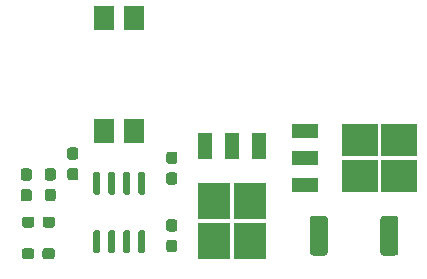
<source format=gbr>
%TF.GenerationSoftware,KiCad,Pcbnew,5.1.7-a382d34a8~88~ubuntu18.04.1*%
%TF.CreationDate,2021-02-25T09:43:27-05:00*%
%TF.ProjectId,TSAL,5453414c-2e6b-4696-9361-645f70636258,rev?*%
%TF.SameCoordinates,Original*%
%TF.FileFunction,Paste,Top*%
%TF.FilePolarity,Positive*%
%FSLAX46Y46*%
G04 Gerber Fmt 4.6, Leading zero omitted, Abs format (unit mm)*
G04 Created by KiCad (PCBNEW 5.1.7-a382d34a8~88~ubuntu18.04.1) date 2021-02-25 09:43:27*
%MOMM*%
%LPD*%
G01*
G04 APERTURE LIST*
%ADD10R,1.780000X2.000000*%
%ADD11R,3.050000X2.750000*%
%ADD12R,2.200000X1.200000*%
%ADD13R,2.750000X3.050000*%
%ADD14R,1.200000X2.200000*%
G04 APERTURE END LIST*
%TO.C,C3*%
G36*
G01*
X153780500Y-88818000D02*
X153305500Y-88818000D01*
G75*
G02*
X153068000Y-88580500I0J237500D01*
G01*
X153068000Y-88005500D01*
G75*
G02*
X153305500Y-87768000I237500J0D01*
G01*
X153780500Y-87768000D01*
G75*
G02*
X154018000Y-88005500I0J-237500D01*
G01*
X154018000Y-88580500D01*
G75*
G02*
X153780500Y-88818000I-237500J0D01*
G01*
G37*
G36*
G01*
X153780500Y-90568000D02*
X153305500Y-90568000D01*
G75*
G02*
X153068000Y-90330500I0J237500D01*
G01*
X153068000Y-89755500D01*
G75*
G02*
X153305500Y-89518000I237500J0D01*
G01*
X153780500Y-89518000D01*
G75*
G02*
X154018000Y-89755500I0J-237500D01*
G01*
X154018000Y-90330500D01*
G75*
G02*
X153780500Y-90568000I-237500J0D01*
G01*
G37*
%TD*%
%TO.C,U2*%
G36*
G01*
X155725000Y-91780000D02*
X155425000Y-91780000D01*
G75*
G02*
X155275000Y-91630000I0J150000D01*
G01*
X155275000Y-89980000D01*
G75*
G02*
X155425000Y-89830000I150000J0D01*
G01*
X155725000Y-89830000D01*
G75*
G02*
X155875000Y-89980000I0J-150000D01*
G01*
X155875000Y-91630000D01*
G75*
G02*
X155725000Y-91780000I-150000J0D01*
G01*
G37*
G36*
G01*
X156995000Y-91780000D02*
X156695000Y-91780000D01*
G75*
G02*
X156545000Y-91630000I0J150000D01*
G01*
X156545000Y-89980000D01*
G75*
G02*
X156695000Y-89830000I150000J0D01*
G01*
X156995000Y-89830000D01*
G75*
G02*
X157145000Y-89980000I0J-150000D01*
G01*
X157145000Y-91630000D01*
G75*
G02*
X156995000Y-91780000I-150000J0D01*
G01*
G37*
G36*
G01*
X158265000Y-91780000D02*
X157965000Y-91780000D01*
G75*
G02*
X157815000Y-91630000I0J150000D01*
G01*
X157815000Y-89980000D01*
G75*
G02*
X157965000Y-89830000I150000J0D01*
G01*
X158265000Y-89830000D01*
G75*
G02*
X158415000Y-89980000I0J-150000D01*
G01*
X158415000Y-91630000D01*
G75*
G02*
X158265000Y-91780000I-150000J0D01*
G01*
G37*
G36*
G01*
X159535000Y-91780000D02*
X159235000Y-91780000D01*
G75*
G02*
X159085000Y-91630000I0J150000D01*
G01*
X159085000Y-89980000D01*
G75*
G02*
X159235000Y-89830000I150000J0D01*
G01*
X159535000Y-89830000D01*
G75*
G02*
X159685000Y-89980000I0J-150000D01*
G01*
X159685000Y-91630000D01*
G75*
G02*
X159535000Y-91780000I-150000J0D01*
G01*
G37*
G36*
G01*
X159535000Y-96730000D02*
X159235000Y-96730000D01*
G75*
G02*
X159085000Y-96580000I0J150000D01*
G01*
X159085000Y-94930000D01*
G75*
G02*
X159235000Y-94780000I150000J0D01*
G01*
X159535000Y-94780000D01*
G75*
G02*
X159685000Y-94930000I0J-150000D01*
G01*
X159685000Y-96580000D01*
G75*
G02*
X159535000Y-96730000I-150000J0D01*
G01*
G37*
G36*
G01*
X158265000Y-96730000D02*
X157965000Y-96730000D01*
G75*
G02*
X157815000Y-96580000I0J150000D01*
G01*
X157815000Y-94930000D01*
G75*
G02*
X157965000Y-94780000I150000J0D01*
G01*
X158265000Y-94780000D01*
G75*
G02*
X158415000Y-94930000I0J-150000D01*
G01*
X158415000Y-96580000D01*
G75*
G02*
X158265000Y-96730000I-150000J0D01*
G01*
G37*
G36*
G01*
X156995000Y-96730000D02*
X156695000Y-96730000D01*
G75*
G02*
X156545000Y-96580000I0J150000D01*
G01*
X156545000Y-94930000D01*
G75*
G02*
X156695000Y-94780000I150000J0D01*
G01*
X156995000Y-94780000D01*
G75*
G02*
X157145000Y-94930000I0J-150000D01*
G01*
X157145000Y-96580000D01*
G75*
G02*
X156995000Y-96730000I-150000J0D01*
G01*
G37*
G36*
G01*
X155725000Y-96730000D02*
X155425000Y-96730000D01*
G75*
G02*
X155275000Y-96580000I0J150000D01*
G01*
X155275000Y-94930000D01*
G75*
G02*
X155425000Y-94780000I150000J0D01*
G01*
X155725000Y-94780000D01*
G75*
G02*
X155875000Y-94930000I0J-150000D01*
G01*
X155875000Y-96580000D01*
G75*
G02*
X155725000Y-96730000I-150000J0D01*
G01*
G37*
%TD*%
D10*
%TO.C,U1*%
X158750000Y-86360000D03*
X156210000Y-76830000D03*
X156210000Y-86360000D03*
X158750000Y-76830000D03*
%TD*%
%TO.C,R6*%
G36*
G01*
X175133500Y-93824999D02*
X175133500Y-96675001D01*
G75*
G02*
X174883501Y-96925000I-249999J0D01*
G01*
X173858499Y-96925000D01*
G75*
G02*
X173608500Y-96675001I0J249999D01*
G01*
X173608500Y-93824999D01*
G75*
G02*
X173858499Y-93575000I249999J0D01*
G01*
X174883501Y-93575000D01*
G75*
G02*
X175133500Y-93824999I0J-249999D01*
G01*
G37*
G36*
G01*
X181108500Y-93824999D02*
X181108500Y-96675001D01*
G75*
G02*
X180858501Y-96925000I-249999J0D01*
G01*
X179833499Y-96925000D01*
G75*
G02*
X179583500Y-96675001I0J249999D01*
G01*
X179583500Y-93824999D01*
G75*
G02*
X179833499Y-93575000I249999J0D01*
G01*
X180858501Y-93575000D01*
G75*
G02*
X181108500Y-93824999I0J-249999D01*
G01*
G37*
%TD*%
%TO.C,R5*%
G36*
G01*
X161687500Y-95600000D02*
X162162500Y-95600000D01*
G75*
G02*
X162400000Y-95837500I0J-237500D01*
G01*
X162400000Y-96412500D01*
G75*
G02*
X162162500Y-96650000I-237500J0D01*
G01*
X161687500Y-96650000D01*
G75*
G02*
X161450000Y-96412500I0J237500D01*
G01*
X161450000Y-95837500D01*
G75*
G02*
X161687500Y-95600000I237500J0D01*
G01*
G37*
G36*
G01*
X161687500Y-93850000D02*
X162162500Y-93850000D01*
G75*
G02*
X162400000Y-94087500I0J-237500D01*
G01*
X162400000Y-94662500D01*
G75*
G02*
X162162500Y-94900000I-237500J0D01*
G01*
X161687500Y-94900000D01*
G75*
G02*
X161450000Y-94662500I0J237500D01*
G01*
X161450000Y-94087500D01*
G75*
G02*
X161687500Y-93850000I237500J0D01*
G01*
G37*
%TD*%
%TO.C,R4*%
G36*
G01*
X150986000Y-94344500D02*
X150986000Y-93869500D01*
G75*
G02*
X151223500Y-93632000I237500J0D01*
G01*
X151798500Y-93632000D01*
G75*
G02*
X152036000Y-93869500I0J-237500D01*
G01*
X152036000Y-94344500D01*
G75*
G02*
X151798500Y-94582000I-237500J0D01*
G01*
X151223500Y-94582000D01*
G75*
G02*
X150986000Y-94344500I0J237500D01*
G01*
G37*
G36*
G01*
X149236000Y-94344500D02*
X149236000Y-93869500D01*
G75*
G02*
X149473500Y-93632000I237500J0D01*
G01*
X150048500Y-93632000D01*
G75*
G02*
X150286000Y-93869500I0J-237500D01*
G01*
X150286000Y-94344500D01*
G75*
G02*
X150048500Y-94582000I-237500J0D01*
G01*
X149473500Y-94582000D01*
G75*
G02*
X149236000Y-94344500I0J237500D01*
G01*
G37*
%TD*%
%TO.C,R3*%
G36*
G01*
X149368500Y-91296000D02*
X149843500Y-91296000D01*
G75*
G02*
X150081000Y-91533500I0J-237500D01*
G01*
X150081000Y-92108500D01*
G75*
G02*
X149843500Y-92346000I-237500J0D01*
G01*
X149368500Y-92346000D01*
G75*
G02*
X149131000Y-92108500I0J237500D01*
G01*
X149131000Y-91533500D01*
G75*
G02*
X149368500Y-91296000I237500J0D01*
G01*
G37*
G36*
G01*
X149368500Y-89546000D02*
X149843500Y-89546000D01*
G75*
G02*
X150081000Y-89783500I0J-237500D01*
G01*
X150081000Y-90358500D01*
G75*
G02*
X149843500Y-90596000I-237500J0D01*
G01*
X149368500Y-90596000D01*
G75*
G02*
X149131000Y-90358500I0J237500D01*
G01*
X149131000Y-89783500D01*
G75*
G02*
X149368500Y-89546000I237500J0D01*
G01*
G37*
%TD*%
%TO.C,R2*%
G36*
G01*
X151400500Y-91282000D02*
X151875500Y-91282000D01*
G75*
G02*
X152113000Y-91519500I0J-237500D01*
G01*
X152113000Y-92094500D01*
G75*
G02*
X151875500Y-92332000I-237500J0D01*
G01*
X151400500Y-92332000D01*
G75*
G02*
X151163000Y-92094500I0J237500D01*
G01*
X151163000Y-91519500D01*
G75*
G02*
X151400500Y-91282000I237500J0D01*
G01*
G37*
G36*
G01*
X151400500Y-89532000D02*
X151875500Y-89532000D01*
G75*
G02*
X152113000Y-89769500I0J-237500D01*
G01*
X152113000Y-90344500D01*
G75*
G02*
X151875500Y-90582000I-237500J0D01*
G01*
X151400500Y-90582000D01*
G75*
G02*
X151163000Y-90344500I0J237500D01*
G01*
X151163000Y-89769500D01*
G75*
G02*
X151400500Y-89532000I237500J0D01*
G01*
G37*
%TD*%
D11*
%TO.C,Q2*%
X177844000Y-90171000D03*
X181194000Y-87121000D03*
X177844000Y-87121000D03*
X181194000Y-90171000D03*
D12*
X173219000Y-90926000D03*
X173219000Y-88646000D03*
X173219000Y-86366000D03*
%TD*%
D13*
%TO.C,Q1*%
X165480000Y-92305000D03*
X168530000Y-95655000D03*
X168530000Y-92305000D03*
X165480000Y-95655000D03*
D14*
X164725000Y-87680000D03*
X167005000Y-87680000D03*
X169285000Y-87680000D03*
%TD*%
%TO.C,C2*%
G36*
G01*
X150272000Y-96536500D02*
X150272000Y-97011500D01*
G75*
G02*
X150034500Y-97249000I-237500J0D01*
G01*
X149459500Y-97249000D01*
G75*
G02*
X149222000Y-97011500I0J237500D01*
G01*
X149222000Y-96536500D01*
G75*
G02*
X149459500Y-96299000I237500J0D01*
G01*
X150034500Y-96299000D01*
G75*
G02*
X150272000Y-96536500I0J-237500D01*
G01*
G37*
G36*
G01*
X152022000Y-96536500D02*
X152022000Y-97011500D01*
G75*
G02*
X151784500Y-97249000I-237500J0D01*
G01*
X151209500Y-97249000D01*
G75*
G02*
X150972000Y-97011500I0J237500D01*
G01*
X150972000Y-96536500D01*
G75*
G02*
X151209500Y-96299000I237500J0D01*
G01*
X151784500Y-96299000D01*
G75*
G02*
X152022000Y-96536500I0J-237500D01*
G01*
G37*
%TD*%
%TO.C,C1*%
G36*
G01*
X162162500Y-89185000D02*
X161687500Y-89185000D01*
G75*
G02*
X161450000Y-88947500I0J237500D01*
G01*
X161450000Y-88372500D01*
G75*
G02*
X161687500Y-88135000I237500J0D01*
G01*
X162162500Y-88135000D01*
G75*
G02*
X162400000Y-88372500I0J-237500D01*
G01*
X162400000Y-88947500D01*
G75*
G02*
X162162500Y-89185000I-237500J0D01*
G01*
G37*
G36*
G01*
X162162500Y-90935000D02*
X161687500Y-90935000D01*
G75*
G02*
X161450000Y-90697500I0J237500D01*
G01*
X161450000Y-90122500D01*
G75*
G02*
X161687500Y-89885000I237500J0D01*
G01*
X162162500Y-89885000D01*
G75*
G02*
X162400000Y-90122500I0J-237500D01*
G01*
X162400000Y-90697500D01*
G75*
G02*
X162162500Y-90935000I-237500J0D01*
G01*
G37*
%TD*%
M02*

</source>
